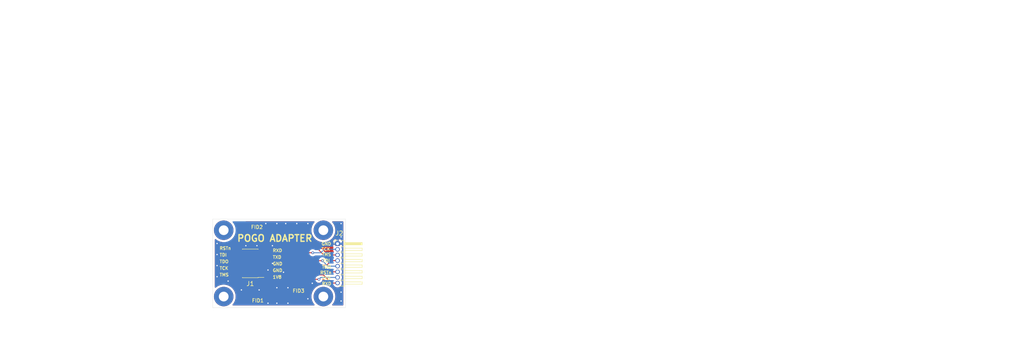
<source format=kicad_pcb>
(kicad_pcb (version 20240108) (generator "pcbnew") (generator_version "8.0")
  (title_block (title "POGO ADAPTER") (company "TINY VISION"))
  (layers (0 "F.Cu" signal) (31 "B.Cu" signal) (34 "B.Paste" user) (35 "F.Paste" user) (36 "B.SilkS" user "B.Silkscreen") (37 "F.SilkS" user "F.Silkscreen") (38 "B.Mask" user) (39 "F.Mask" user) (44 "Edge.Cuts" user))
  (net 0 "")
  (net 1 "/RXD")
  (net 2 "/TDO")
  (net 3 "/~{RESET}")
  (net 4 "GND")
  (net 5 "/TMS")
  (net 6 "/TDI")
  (net 7 "/TXD")
  (net 8 "/TCK")
  (net 9 "P1V8")
  (footprint "Connector_PinHeader_1.27mm:PinHeader_1x08_P1.27mm_Horizontal" (layer "F.Cu") (at 108.2 75.55)
    (property "Reference" "J2" (at 0.4 -2.35 0) (layer "F.SilkS"))
    (property "Value" "Conn_01x08")
    (fp_line (start -0.76 -0.76) (end 0 -0.76) (stroke (width 0.12)) (layer "F.SilkS"))
    (fp_line (start -0.76 0) (end -0.76 -0.76) (stroke (width 0.12)) (layer "F.SilkS"))
    (fp_line (start 0.44 1.889677) (end 0.44 1.920323) (stroke (width 0.12)) (layer "F.SilkS"))
    (fp_line (start 0.44 1.905) (end 1.56 1.905) (stroke (width 0.12)) (layer "F.SilkS"))
    (fp_line (start 0.44 3.159677) (end 0.44 3.190323) (stroke (width 0.12)) (layer "F.SilkS"))
    (fp_line (start 0.44 3.175) (end 1.56 3.175) (stroke (width 0.12)) (layer "F.SilkS"))
    (fp_line (start 0.44 4.429677) (end 0.44 4.460323) (stroke (width 0.12)) (layer "F.SilkS"))
    (fp_line (start 0.44 4.445) (end 1.56 4.445) (stroke (width 0.12)) (layer "F.SilkS"))
    (fp_line (start 0.44 5.699677) (end 0.44 5.730323) (stroke (width 0.12)) (layer "F.SilkS"))
    (fp_line (start 0.44 5.715) (end 1.56 5.715) (stroke (width 0.12)) (layer "F.SilkS"))
    (fp_line (start 0.44 6.969677) (end 0.44 7.000323) (stroke (width 0.12)) (layer "F.SilkS"))
    (fp_line (start 0.44 6.985) (end 1.56 6.985) (stroke (width 0.12)) (layer "F.SilkS"))
    (fp_line (start 0.44 8.239677) (end 0.44 8.270323) (stroke (width 0.12)) (layer "F.SilkS"))
    (fp_line (start 0.44 8.255) (end 1.56 8.255) (stroke (width 0.12)) (layer "F.SilkS"))
    (fp_line (start 0.44 9.585) (end 0.44 9.509677) (stroke (width 0.12)) (layer "F.SilkS"))
    (fp_line (start 0.76 -0.695) (end 1.56 -0.695) (stroke (width 0.12)) (layer "F.SilkS"))
    (fp_line (start 0.76 0.635) (end 1.56 0.635) (stroke (width 0.12)) (layer "F.SilkS"))
    (fp_line (start 1.56 -0.695) (end 1.56 9.585) (stroke (width 0.12)) (layer "F.SilkS"))
    (fp_line (start 1.56 -0.26) (end 5.56 -0.26) (stroke (width 0.12)) (layer "F.SilkS"))
    (fp_line (start 1.56 -0.2) (end 5.56 -0.2) (stroke (width 0.12)) (layer "F.SilkS"))
    (fp_line (start 1.56 -0.08) (end 5.56 -0.08) (stroke (width 0.12)) (layer "F.SilkS"))
    (fp_line (start 1.56 0.04) (end 5.56 0.04) (stroke (width 0.12)) (layer "F.SilkS"))
    (fp_line (start 1.56 0.16) (end 5.56 0.16) (stroke (width 0.12)) (layer "F.SilkS"))
    (fp_line (start 1.56 1.01) (end 5.56 1.01) (stroke (width 0.12)) (layer "F.SilkS"))
    (fp_line (start 1.56 2.28) (end 5.56 2.28) (stroke (width 0.12)) (layer "F.SilkS"))
    (fp_line (start 1.56 3.55) (end 5.56 3.55) (stroke (width 0.12)) (layer "F.SilkS"))
    (fp_line (start 1.56 4.82) (end 5.56 4.82) (stroke (width 0.12)) (layer "F.SilkS"))
    (fp_line (start 1.56 6.09) (end 5.56 6.09) (stroke (width 0.12)) (layer "F.SilkS"))
    (fp_line (start 1.56 7.36) (end 5.56 7.36) (stroke (width 0.12)) (layer "F.SilkS"))
    (fp_line (start 1.56 8.63) (end 5.56 8.63) (stroke (width 0.12)) (layer "F.SilkS"))
    (fp_line (start 1.56 9.585) (end 0.44 9.585) (stroke (width 0.12)) (layer "F.SilkS"))
    (fp_line (start 5.56 -0.26) (end 5.56 0.26) (stroke (width 0.12)) (layer "F.SilkS"))
    (fp_line (start 5.56 0.26) (end 1.56 0.26) (stroke (width 0.12)) (layer "F.SilkS"))
    (fp_line (start 5.56 1.01) (end 5.56 1.53) (stroke (width 0.12)) (layer "F.SilkS"))
    (fp_line (start 5.56 1.53) (end 1.56 1.53) (stroke (width 0.12)) (layer "F.SilkS"))
    (fp_line (start 5.56 2.28) (end 5.56 2.8) (stroke (width 0.12)) (layer "F.SilkS"))
    (fp_line (start 5.56 2.8) (end 1.56 2.8) (stroke (width 0.12)) (layer "F.SilkS"))
    (fp_line (start 5.56 3.55) (end 5.56 4.07) (stroke (width 0.12)) (layer "F.SilkS"))
    (fp_line (start 5.56 4.07) (end 1.56 4.07) (stroke (width 0.12)) (layer "F.SilkS"))
    (fp_line (start 5.56 4.82) (end 5.56 5.34) (stroke (width 0.12)) (layer "F.SilkS"))
    (fp_line (start 5.56 5.34) (end 1.56 5.34) (stroke (width 0.12)) (layer "F.SilkS"))
    (fp_line (start 5.56 6.09) (end 5.56 6.61) (stroke (width 0.12)) (layer "F.SilkS"))
    (fp_line (start 5.56 6.61) (end 1.56 6.61) (stroke (width 0.12)) (layer "F.SilkS"))
    (fp_line (start 5.56 7.36) (end 5.56 7.88) (stroke (width 0.12)) (layer "F.SilkS"))
    (fp_line (start 5.56 7.88) (end 1.56 7.88) (stroke (width 0.12)) (layer "F.SilkS"))
    (fp_line (start 5.56 8.63) (end 5.56 9.15) (stroke (width 0.12)) (layer "F.SilkS"))
    (fp_line (start 5.56 9.15) (end 1.56 9.15) (stroke (width 0.12)) (layer "F.SilkS"))
    (pad "1" thru_hole rect (at 0 0) (size 1 1) (drill 0.65) (layers "*.Cu" "*.Mask") (net 4 "GND"))
    (pad "2" thru_hole oval (at 0 1.27) (size 1 1) (drill 0.65) (layers "*.Cu" "*.Mask") (net 8 "/TCK"))
    (pad "3" thru_hole oval (at 0 2.54) (size 1 1) (drill 0.65) (layers "*.Cu" "*.Mask") (net 5 "/TMS"))
    (pad "4" thru_hole oval (at 0 3.81) (size 1 1) (drill 0.65) (layers "*.Cu" "*.Mask") (net 6 "/TDI"))
    (pad "5" thru_hole oval (at 0 5.08) (size 1 1) (drill 0.65) (layers "*.Cu" "*.Mask") (net 2 "/TDO"))
    (pad "6" thru_hole oval (at 0 6.35) (size 1 1) (drill 0.65) (layers "*.Cu" "*.Mask") (net 3 "/~{RESET}"))
    (pad "7" thru_hole oval (at 0 7.62) (size 1 1) (drill 0.65) (layers "*.Cu" "*.Mask") (net 7 "/TXD"))
    (pad "8" thru_hole oval (at 0 8.89) (size 1 1) (drill 0.65) (layers "*.Cu" "*.Mask") (net 1 "/RXD"))
  )
  (footprint "MountingHole:MountingHole_2.2mm_M2_Pad" (layer "F.Cu") (at 82.5 87.5)
    (property "Reference" "M3" (hide yes))
    (property "Value" "MountingHole_2.2mm_M2_Pad")
    (pad "1" thru_hole circle (at 0 0) (size 4.4 4.4) (drill 2.2) (layers "*.Cu" "*.Mask"))
  )
  (footprint "Connector_PinHeader_1.27mm:PinHeader_2x05_P1.27mm_Vertical_SMD" (layer "F.Cu") (at 88.5 80 180)
    (property "Reference" "J1" (at 0 -4.6 180) (layer "F.SilkS"))
    (property "Value" "Conn_02x05_Odd_Even")
    (fp_line (start 1.765 3.17) (end 1.765 3.235) (stroke (width 0.12)) (layer "F.SilkS"))
    (fp_line (start 1.765 -3.235) (end 1.765 -3.17) (stroke (width 0.12)) (layer "F.SilkS"))
    (fp_line (start -1.765 3.235) (end 1.765 3.235) (stroke (width 0.12)) (layer "F.SilkS"))
    (fp_line (start -1.765 3.17) (end -1.765 3.235) (stroke (width 0.12)) (layer "F.SilkS"))
    (fp_line (start -1.765 -3.235) (end 1.765 -3.235) (stroke (width 0.12)) (layer "F.SilkS"))
    (fp_line (start -1.765 -3.235) (end -1.765 -3.17) (stroke (width 0.12)) (layer "F.SilkS"))
    (fp_line (start -3.089999 -3.17) (end -1.765 -3.17) (stroke (width 0.12)) (layer "F.SilkS"))
    (pad "1" smd rect (at -1.95 -2.54 180) (size 2.4 0.74) (layers "F.Cu" "F.Paste" "F.Mask") (net 9 "P1V8"))
    (pad "2" smd rect (at 1.95 -2.54 180) (size 2.4 0.74) (layers "F.Cu" "F.Paste" "F.Mask") (net 5 "/TMS"))
    (pad "3" smd rect (at -1.95 -1.27 180) (size 2.4 0.74) (layers "F.Cu" "F.Paste" "F.Mask") (net 4 "GND"))
    (pad "4" smd rect (at 1.95 -1.27 180) (size 2.4 0.74) (layers "F.Cu" "F.Paste" "F.Mask") (net 8 "/TCK"))
    (pad "5" smd rect (at -1.95 0 180) (size 2.4 0.74) (layers "F.Cu" "F.Paste" "F.Mask") (net 4 "GND"))
    (pad "6" smd rect (at 1.95 0 180) (size 2.4 0.74) (layers "F.Cu" "F.Paste" "F.Mask") (net 2 "/TDO"))
    (pad "7" smd rect (at -1.95 1.27 180) (size 2.4 0.74) (layers "F.Cu" "F.Paste" "F.Mask") (net 7 "/TXD"))
    (pad "8" smd rect (at 1.95 1.27 180) (size 2.4 0.74) (layers "F.Cu" "F.Paste" "F.Mask") (net 6 "/TDI"))
    (pad "9" smd rect (at -1.95 2.54 180) (size 2.4 0.74) (layers "F.Cu" "F.Paste" "F.Mask") (net 1 "/RXD"))
    (pad "10" smd rect (at 1.95 2.54 180) (size 2.4 0.74) (layers "F.Cu" "F.Paste" "F.Mask") (net 3 "/~{RESET}"))
  )
  (footprint "MountingHole:MountingHole_2.2mm_M2_Pad" (layer "F.Cu") (at 105 87.5)
    (property "Reference" "M4" (hide yes))
    (property "Value" "MountingHole_2.2mm_M2_Pad")
    (pad "1" thru_hole circle (at 0 0) (size 4.4 4.4) (drill 2.2) (layers "*.Cu" "*.Mask"))
  )
  (footprint "MountingHole:MountingHole_2.2mm_M2_Pad" (layer "F.Cu") (at 105 72.5)
    (property "Reference" "M2" (hide yes))
    (property "Value" "MountingHole_2.2mm_M2_Pad")
    (pad "1" thru_hole circle (at 0 0) (size 4.4 4.4) (drill 2.2) (layers "*.Cu" "*.Mask"))
  )
  (footprint "Fiducial:Fiducial_1mm_Mask2mm" (layer "F.Cu") (at 87 71.6)
    (property "Reference" "FID2" (at 3 0.2 0) (layer "F.SilkS") (effects (font (size 0.8 0.8))))
    (property "Value" "Fiducial_1mm_Mask2mm")
    (pad "" smd circle (at 0 0) (size 1 1) (layers "F.Cu" "F.Mask") (clearance 0.5))
  )
  (footprint "Fiducial:Fiducial_1mm_Mask2mm" (layer "F.Cu") (at 87.2 88.2)
    (property "Reference" "FID1" (at 3 0.2 0) (layer "F.SilkS") (effects (font (size 0.8 0.8))))
    (property "Value" "Fiducial_1mm_Mask2mm")
    (pad "" smd circle (at 0 0) (size 1 1) (layers "F.Cu" "F.Mask") (clearance 0.5))
  )
  (footprint "Fiducial:Fiducial_1mm_Mask2mm" (layer "F.Cu") (at 99.2 88.2)
    (property "Reference" "FID3" (at 0.2 -2 0) (layer "F.SilkS") (effects (font (size 0.8 0.8))))
    (property "Value" "Fiducial_1mm_Mask2mm")
    (pad "" smd circle (at 0 0) (size 1 1) (layers "F.Cu" "F.Mask") (clearance 0.5))
  )
  (footprint "MountingHole:MountingHole_2.2mm_M2_Pad" (layer "F.Cu") (at 82.5 72.5)
    (property "Reference" "M1" (hide yes))
    (property "Value" "MountingHole_2.2mm_M2_Pad")
    (pad "1" thru_hole circle (at 0 0) (size 4.4 4.4) (drill 2.2) (layers "*.Cu" "*.Mask"))
  )
  (gr_line (start 110 70) (end 110 90) (stroke (width 0.05)) (layer "Edge.Cuts"))
  (gr_line (start 110 90) (end 80 90) (stroke (width 0.05)) (layer "Edge.Cuts"))
  (gr_line (start 80 70) (end 110 70) (stroke (width 0.05)) (layer "Edge.Cuts"))
  (gr_line (start 80 90) (end 80 70) (stroke (width 0.05)) (layer "Edge.Cuts"))
  (gr_text "TDI" (at 104.8 79.8 0) (layer "F.SilkS") (effects (font (size 0.7 0.7)) (justify left bottom)))
  (gr_text "TCK" (at 81.5 81.5 0) (layer "F.SilkS") (effects (font (size 0.7 0.7)) (justify left bottom)))
  (gr_text "TMS" (at 104.6 78.4 0) (layer "F.SilkS") (effects (font (size 0.7 0.7)) (justify left bottom)))
  (gr_text "TXD" (at 104.6 83.8 0) (layer "F.SilkS") (effects (font (size 0.7 0.7)) (justify left bottom)))
  (gr_text "POGO ADAPTER" (at 85.4 75.2 0) (layer "F.SilkS") (effects (font (size 1.5 1.5) (thickness 0.3) (bold yes)) (justify left bottom)))
  (gr_text "RXD" (at 104.6 85 0) (layer "F.SilkS") (effects (font (size 0.7 0.7)) (justify left bottom)))
  (gr_text "GND" (at 104.5 76 0) (layer "F.SilkS") (effects (font (size 0.7 0.7)) (justify left bottom)))
  (gr_text "TDO" (at 104.6 81.2 0) (layer "F.SilkS") (effects (font (size 0.7 0.7)) (justify left bottom)))
  (gr_text "TCK" (at 104.5 77.2 0) (layer "F.SilkS") (effects (font (size 0.7 0.7)) (justify left bottom)))
  (gr_text "RSTn" (at 81.5 77 0) (layer "F.SilkS") (effects (font (size 0.7 0.7)) (justify left bottom)))
  (gr_text "RXD" (at 93.5 77.5 0) (layer "F.SilkS") (effects (font (size 0.7 0.7)) (justify left bottom)))
  (gr_text "GND" (at 93.5 80.5 0) (layer "F.SilkS") (effects (font (size 0.7 0.7)) (justify left bottom)))
  (gr_text "TXD" (at 93.5 79 0) (layer "F.SilkS") (effects (font (size 0.7 0.7)) (justify left bottom)))
  (gr_text "TDI" (at 81.5 78.5 0) (layer "F.SilkS") (effects (font (size 0.7 0.7)) (justify left bottom)))
  (gr_text "GND" (at 93.5 82 0) (layer "F.SilkS") (effects (font (size 0.7 0.7)) (justify left bottom)))
  (gr_text "TDO" (at 81.5 80 0) (layer "F.SilkS") (effects (font (size 0.7 0.7)) (justify left bottom)))
  (gr_text "1V8" (at 93.5 83.5 0) (layer "F.SilkS") (effects (font (size 0.7 0.7)) (justify left bottom)))
  (gr_text "TMS" (at 81.5 83 0) (layer "F.SilkS") (effects (font (size 0.7 0.7)) (justify left bottom)))
  (gr_text "RSTn" (at 104.2 82.5 0) (layer "F.SilkS") (effects (font (size 0.7 0.7)) (justify left bottom)))
  (segment (start 105 82.6) (end 100.4 82.6) (width 0.2) (layer "F.Cu") (net 1))
  (segment (start 106.84 84.44) (end 105 82.6) (width 0.2) (layer "F.Cu") (net 1))
  (segment (start 95.26 77.46) (end 90.45 77.46) (width 0.2) (layer "F.Cu") (net 1))
  (segment (start 108.2 84.44) (end 106.84 84.44) (width 0.2) (layer "F.Cu") (net 1))
  (segment (start 100.4 82.6) (end 95.26 77.46) (width 0.2) (layer "F.Cu") (net 1))
  (segment (start 86.55 80) (end 84.4 80) (width 0.2) (layer "F.Cu") (net 2))
  (segment (start 102.4 79.4) (end 104.8 79.4) (width 0.2) (layer "F.Cu") (net 2))
  (segment (start 84 76.165686) (end 86.165686 74) (width 0.2) (layer "F.Cu") (net 2))
  (segment (start 84.4 80) (end 84 79.6) (width 0.2) (layer "F.Cu") (net 2))
  (segment (start 86.165686 74) (end 97 74) (width 0.2) (layer "F.Cu") (net 2))
  (segment (start 97 74) (end 102.4 79.4) (width 0.2) (layer "F.Cu") (net 2))
  (segment (start 84 79.6) (end 84 76.165686) (width 0.2) (layer "F.Cu") (net 2))
  (via (at 104.8 79.4) (size 0.6) (drill 0.3) (layers "F.Cu" "B.Cu") (net 2))
  (segment (start 108.2 80.63) (end 106.03 80.63) (width 0.2) (layer "B.Cu") (net 2))
  (segment (start 106.03 80.63) (end 104.8 79.4) (width 0.2) (layer "B.Cu") (net 2))
  (segment (start 94.3 74.8) (end 101.4 81.9) (width 0.2) (layer "F.Cu") (net 3))
  (segment (start 101.4 81.9) (end 108.2 81.9) (width 0.2) (layer "F.Cu") (net 3))
  (segment (start 86.497058 74.8) (end 94.3 74.8) (width 0.2) (layer "F.Cu") (net 3))
  (segment (start 86.55 77.46) (end 85.06 77.46) (width 0.2) (layer "F.Cu") (net 3))
  (segment (start 84.8 77.2) (end 84.8 76.497058) (width 0.2) (layer "F.Cu") (net 3))
  (segment (start 84.8 76.497058) (end 86.497058 74.8) (width 0.2) (layer "F.Cu") (net 3))
  (segment (start 85.06 77.46) (end 84.8 77.2) (width 0.2) (layer "F.Cu") (net 3))
  (segment (start 92.27 81.27) (end 92.5 81.5) (width 0.5) (layer "F.Cu") (net 4))
  (segment (start 90.45 80) (end 93.5 80) (width 0.5) (layer "F.Cu") (net 4))
  (segment (start 90.45 81.27) (end 92.27 81.27) (width 0.5) (layer "F.Cu") (net 4))
  (via (at 94.5 85.5) (size 0.6) (drill 0.3) (layers "F.Cu" "B.Cu") (net 4))
  (via (at 90 76) (size 0.6) (drill 0.3) (layers "F.Cu" "B.Cu") (net 4))
  (via (at 81 78) (size 0.6) (drill 0.3) (layers "F.Cu" "B.Cu") (net 4))
  (via (at 101.5 88) (size 0.6) (drill 0.3) (layers "F.Cu" "B.Cu") (net 4))
  (via (at 83.5 84) (size 0.6) (drill 0.3) (layers "F.Cu" "B.Cu") (net 4))
  (via (at 109 74) (size 0.6) (drill 0.3) (layers "F.Cu" "B.Cu") (net 4))
  (via (at 92.5 81.5) (size 0.6) (drill 0.3) (layers "F.Cu" "B.Cu") (net 4))
  (via (at 109 71) (size 0.6) (drill 0.3) (layers "F.Cu" "B.Cu") (net 4))
  (via (at 92 71) (size 0.6) (drill 0.3) (layers "F.Cu" "B.Cu") (net 4))
  (via (at 94.5 89) (size 0.6) (drill 0.3) (layers "F.Cu" "B.Cu") (net 4))
  (via (at 96 82) (size 0.6) (drill 0.3) (layers "F.Cu" "B.Cu") (net 4))
  (via (at 90.5 86) (size 0.6) (drill 0.3) (layers "F.Cu" "B.Cu") (net 4))
  (via (at 93.5 80) (size 0.6) (drill 0.3) (layers "F.Cu" "B.Cu") (net 4))
  (via (at 93.5 76) (size 0.6) (drill 0.3) (layers "F.Cu" "B.Cu") (net 4))
  (via (at 81 80.5) (size 0.6) (drill 0.3) (layers "F.Cu" "B.Cu") (net 4))
  (via (at 109 86.5) (size 0.6) (drill 0.3) (layers "F.Cu" "B.Cu") (net 4))
  (via (at 87.5 76) (size 0.6) (drill 0.3) (layers "F.Cu" "B.Cu") (net 4))
  (via (at 102.5 84.5) (size 0.6) (drill 0.3) (layers "F.Cu" "B.Cu") (net 4))
  (via (at 94.5 71) (size 0.6) (drill 0.3) (layers "F.Cu" "B.Cu") (net 4))
  (via (at 86.5 86) (size 0.6) (drill 0.3) (layers "F.Cu" "B.Cu") (net 4))
  (via (at 109 88.5) (size 0.6) (drill 0.3) (layers "F.Cu" "B.Cu") (net 4))
  (via (at 97 89) (size 0.6) (drill 0.3) (layers "F.Cu" "B.Cu") (net 4))
  (via (at 99 71) (size 0.6) (drill 0.3) (layers "F.Cu" "B.Cu") (net 4))
  (via (at 81 75.5) (size 0.6) (drill 0.3) (layers "F.Cu" "B.Cu") (net 4))
  (via (at 101.5 71) (size 0.6) (drill 0.3) (layers "F.Cu" "B.Cu") (net 4))
  (via (at 81 83) (size 0.6) (drill 0.3) (layers "F.Cu" "B.Cu") (net 4))
  (via (at 96.5 71) (size 0.6) (drill 0.3) (layers "F.Cu" "B.Cu") (net 4))
  (via (at 92.5 89) (size 0.6) (drill 0.3) (layers "F.Cu" "B.Cu") (net 4))
  (via (at 97 85.5) (size 0.6) (drill 0.3) (layers "F.Cu" "B.Cu") (net 4))
  (segment (start 108.2 78.09) (end 105.09 78.09) (width 0.2) (layer "F.Cu") (net 5))
  (segment (start 85.8 73.2) (end 82.8 76.2) (width 0.2) (layer "F.Cu") (net 5))
  (segment (start 82.8 76.2) (end 82.8 81.2) (width 0.2) (layer "F.Cu") (net 5))
  (segment (start 105.09 78.09) (end 100.2 73.2) (width 0.2) (layer "F.Cu") (net 5))
  (segment (start 82.8 81.2) (end 84.14 82.54) (width 0.2) (layer "F.Cu") (net 5))
  (segment (start 100.2 73.2) (end 85.8 73.2) (width 0.2) (layer "F.Cu") (net 5))
  (segment (start 84.14 82.54) (end 86.55 82.54) (width 0.2) (layer "F.Cu") (net 5))
  (segment (start 95.8 74.4) (end 101.8 80.4) (width 0.2) (layer "F.Cu") (net 6))
  (segment (start 86.55 78.73) (end 85.13 78.73) (width 0.2) (layer "F.Cu") (net 6))
  (segment (start 105.76 80.4) (end 106.8 79.36) (width 0.2) (layer "F.Cu") (net 6))
  (segment (start 86.331372 74.4) (end 95.8 74.4) (width 0.2) (layer "F.Cu") (net 6))
  (segment (start 84.4 76.331372) (end 86.331372 74.4) (width 0.2) (layer "F.Cu") (net 6))
  (segment (start 85.13 78.73) (end 84.4 78) (width 0.2) (layer "F.Cu") (net 6))
  (segment (start 101.8 80.4) (end 105.76 80.4) (width 0.2) (layer "F.Cu") (net 6))
  (segment (start 106.8 79.36) (end 108.2 79.36) (width 0.2) (layer "F.Cu") (net 6))
  (segment (start 84.4 78) (end 84.4 76.331372) (width 0.2) (layer "F.Cu") (net 6))
  (segment (start 99.4 83.6) (end 104 83.6) (width 0.2) (layer "F.Cu") (net 7))
  (segment (start 94.53 78.73) (end 99.4 83.6) (width 0.2) (layer "F.Cu") (net 7))
  (segment (start 90.45 78.73) (end 94.53 78.73) (width 0.2) (layer "F.Cu") (net 7))
  (via (at 104 83.6) (size 0.6) (drill 0.3) (layers "F.Cu" "B.Cu") (net 7))
  (segment (start 104.43 83.17) (end 104 83.6) (width 0.2) (layer "B.Cu") (net 7))
  (segment (start 108.2 83.17) (end 104.43 83.17) (width 0.2) (layer "B.Cu") (net 7))
  (segment (start 86 73.6) (end 83.4 76.2) (width 0.2) (layer "F.Cu") (net 8))
  (segment (start 101.8 77.6) (end 102.6 77.6) (width 0.2) (layer "F.Cu") (net 8))
  (segment (start 83.4 76.2) (end 83.4 80) (width 0.2) (layer "F.Cu") (net 8))
  (segment (start 83.4 80) (end 84.67 81.27) (width 0.2) (layer "F.Cu") (net 8))
  (segment (start 101.8 77.6) (end 97.8 73.6) (width 0.2) (layer "F.Cu") (net 8))
  (segment (start 84.67 81.27) (end 86.55 81.27) (width 0.2) (layer "F.Cu") (net 8))
  (segment (start 97.8 73.6) (end 86 73.6) (width 0.2) (layer "F.Cu") (net 8))
  (via (at 102.6 77.6) (size 0.6) (drill 0.3) (layers "F.Cu" "B.Cu") (net 8))
  (segment (start 108.2 76.82) (end 105.18 76.82) (width 0.2) (layer "B.Cu") (net 8))
  (segment (start 105.18 76.82) (end 104.4 77.6) (width 0.2) (layer "B.Cu") (net 8))
  (segment (start 104.4 77.6) (end 102.6 77.6) (width 0.2) (layer "B.Cu") (net 8))
  (zone (net 4) (net_name "GND") (layers "F&B.Cu") (name "GND1") (connect_pads thru_hole_only (clearance 0.5)) (min_thickness 0.25) (fill yes (thermal_gap 0.5) (thermal_bridge_width 0.5))
    (polygon (pts (xy 80.5 70.5) (xy 109.5 70.5) (xy 109.5 89.5) (xy 80.5 89.5)))
  )
)
</source>
